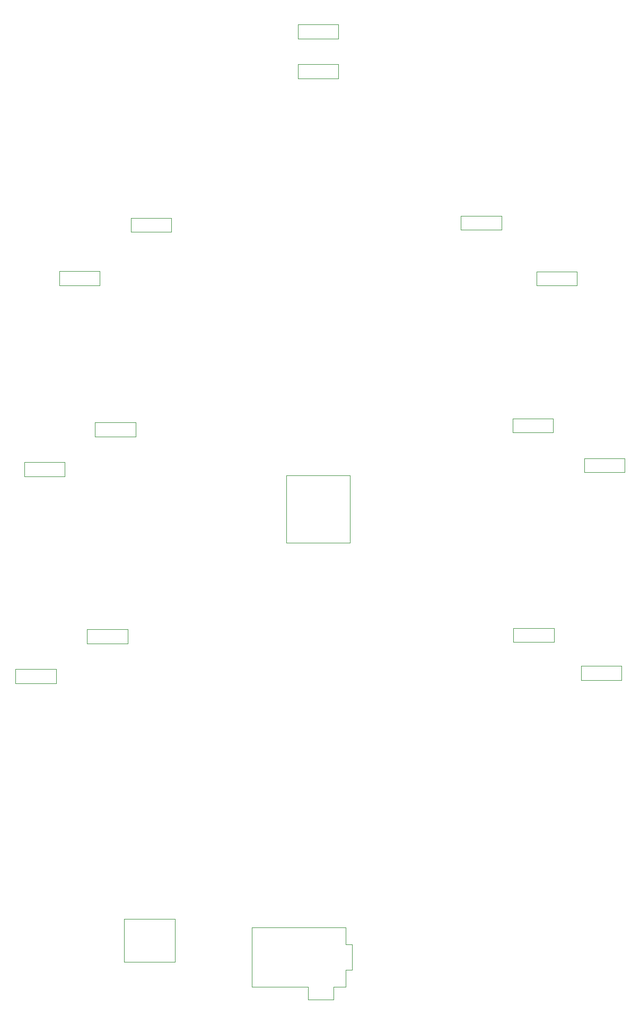
<source format=gbr>
G04 #@! TF.FileFunction,Other,User*
%FSLAX46Y46*%
G04 Gerber Fmt 4.6, Leading zero omitted, Abs format (unit mm)*
G04 Created by KiCad (PCBNEW 4.0.6) date Sunday, September 24, 2017 'PMt' 03:47:12 PM*
%MOMM*%
%LPD*%
G01*
G04 APERTURE LIST*
%ADD10C,0.100000*%
%ADD11C,0.050000*%
G04 APERTURE END LIST*
D10*
D11*
X46915000Y-127160000D02*
X53415000Y-127160000D01*
X46915000Y-127160000D02*
X46915000Y-129370000D01*
X53415000Y-129370000D02*
X53415000Y-127160000D01*
X53415000Y-129370000D02*
X46915000Y-129370000D01*
X137720000Y-93505000D02*
X144220000Y-93505000D01*
X137720000Y-93505000D02*
X137720000Y-95715000D01*
X144220000Y-95715000D02*
X144220000Y-93505000D01*
X144220000Y-95715000D02*
X137720000Y-95715000D01*
X53900000Y-63660000D02*
X60400000Y-63660000D01*
X53900000Y-63660000D02*
X53900000Y-65870000D01*
X60400000Y-65870000D02*
X60400000Y-63660000D01*
X60400000Y-65870000D02*
X53900000Y-65870000D01*
X90150000Y-96200000D02*
X90150000Y-107000000D01*
X90150000Y-107000000D02*
X100350000Y-107000000D01*
X100350000Y-107000000D02*
X100350000Y-96200000D01*
X100350000Y-96200000D02*
X90150000Y-96200000D01*
X137212000Y-126652000D02*
X143712000Y-126652000D01*
X137212000Y-126652000D02*
X137212000Y-128862000D01*
X143712000Y-128862000D02*
X143712000Y-126652000D01*
X143712000Y-128862000D02*
X137212000Y-128862000D01*
X48312000Y-94140000D02*
X54812000Y-94140000D01*
X48312000Y-94140000D02*
X48312000Y-96350000D01*
X54812000Y-96350000D02*
X54812000Y-94140000D01*
X54812000Y-96350000D02*
X48312000Y-96350000D01*
X136600000Y-65880000D02*
X130100000Y-65880000D01*
X136600000Y-65880000D02*
X136600000Y-63670000D01*
X130100000Y-63670000D02*
X130100000Y-65880000D01*
X130100000Y-63670000D02*
X136600000Y-63670000D01*
X58345000Y-120810000D02*
X64845000Y-120810000D01*
X58345000Y-120810000D02*
X58345000Y-123020000D01*
X64845000Y-123020000D02*
X64845000Y-120810000D01*
X64845000Y-123020000D02*
X58345000Y-123020000D01*
X132790000Y-89375000D02*
X126290000Y-89375000D01*
X132790000Y-89375000D02*
X132790000Y-87165000D01*
X126290000Y-87165000D02*
X126290000Y-89375000D01*
X126290000Y-87165000D02*
X132790000Y-87165000D01*
X65330000Y-55151000D02*
X71830000Y-55151000D01*
X65330000Y-55151000D02*
X65330000Y-57361000D01*
X71830000Y-57361000D02*
X71830000Y-55151000D01*
X71830000Y-57361000D02*
X65330000Y-57361000D01*
X132917000Y-122776000D02*
X126417000Y-122776000D01*
X132917000Y-122776000D02*
X132917000Y-120566000D01*
X126417000Y-120566000D02*
X126417000Y-122776000D01*
X126417000Y-120566000D02*
X132917000Y-120566000D01*
X59615000Y-87790000D02*
X66115000Y-87790000D01*
X59615000Y-87790000D02*
X59615000Y-90000000D01*
X66115000Y-90000000D02*
X66115000Y-87790000D01*
X66115000Y-90000000D02*
X59615000Y-90000000D01*
X124535000Y-56990000D02*
X118035000Y-56990000D01*
X124535000Y-56990000D02*
X124535000Y-54780000D01*
X118035000Y-54780000D02*
X118035000Y-56990000D01*
X118035000Y-54780000D02*
X124535000Y-54780000D01*
X92000000Y-30640000D02*
X98500000Y-30640000D01*
X92000000Y-30640000D02*
X92000000Y-32850000D01*
X98500000Y-32850000D02*
X98500000Y-30640000D01*
X98500000Y-32850000D02*
X92000000Y-32850000D01*
X64266000Y-167014000D02*
X72386000Y-167014000D01*
X64266000Y-167014000D02*
X64266000Y-173854000D01*
X72386000Y-173854000D02*
X72386000Y-167014000D01*
X72386000Y-173854000D02*
X64266000Y-173854000D01*
X92000000Y-24290000D02*
X98500000Y-24290000D01*
X92000000Y-24290000D02*
X92000000Y-26500000D01*
X98500000Y-26500000D02*
X98500000Y-24290000D01*
X98500000Y-26500000D02*
X92000000Y-26500000D01*
X99679000Y-168601000D02*
X99679000Y-168351000D01*
X99679000Y-168351000D02*
X84679000Y-168351000D01*
X99679000Y-168601000D02*
X99679000Y-171101000D01*
X99679000Y-171101000D02*
X100679000Y-171101000D01*
X100679000Y-171101000D02*
X100679000Y-175101000D01*
X100679000Y-175101000D02*
X99679000Y-175101000D01*
X99679000Y-175101000D02*
X99679000Y-177851000D01*
X99679000Y-177851000D02*
X97679000Y-177851000D01*
X97679000Y-177851000D02*
X97679000Y-179851000D01*
X97679000Y-179851000D02*
X93679000Y-179851000D01*
X93679000Y-179851000D02*
X93679000Y-177851000D01*
X93679000Y-177851000D02*
X84679000Y-177851000D01*
X84679000Y-177851000D02*
X84679000Y-168351000D01*
M02*

</source>
